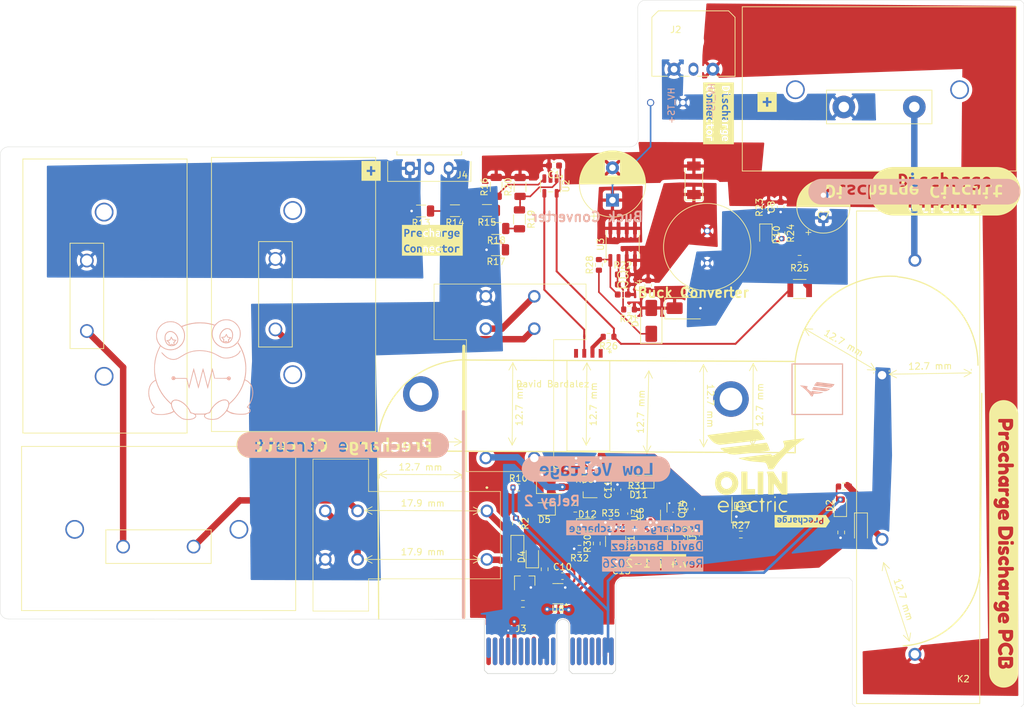
<source format=kicad_pcb>
(kicad_pcb (version 20241229) (generator "pcbnew") (generator_version "9.0")
  (layers (0 "F.Cu" signal) (2 "B.Cu" signal) (13 "F.Paste" user) (15 "B.Paste" user) (5 "F.SilkS" user "F.Silkscreen") (7 "B.SilkS" user "B.Silkscreen") (1 "F.Mask" user) (3 "B.Mask" user) (25 "Edge.Cuts" user))
  (net 0 "")
  (net 1 "GND")
  (net 2 "/FINAL_SHUTDOWN")
  (net 3 "/HV_BAT+")
  (net 4 "/HV_TS+")
  (net 5 "/HV_TS-")
  (net 6 "/PRECHARGE_LSD")
  (net 8 "Net-(D2-K)")
  (net 12 "Net-(K2-Pad4)")
  (net 23 "Net-(K1-COM)")
  (net 24 "Net-(K1-COM_(+))")
  (net 25 "+5V")
  (net 33 "unconnected-(J3-io_5-PadB8)")
  (net 40 "Net-(D1-K)")
  (net 41 "Net-(D1-A)")
  (net 44 "/HV_TS+_Fuse")
  (net 45 "Net-(D3-K)")
  (net 46 "Net-(D4-K)")
  (net 47 "Net-(R3-Pad1)")
  (net 48 "Net-(D6-A)")
  (net 49 "Net-(K3-COM_(+))")
  (net 50 "Net-(K3-COM)")
  (net 51 "Net-(D5-A)")
  (net 52 "Net-(D5-K)")
  (net 53 "Net-(R13-Pad1)")
  (net 54 "Net-(R14-Pad1)")
  (net 55 "/V_DC_SENSE")
  (net 56 "Net-(R17-Pad1)")
  (net 57 "Net-(R18-Pad1)")
  (net 58 "/V_PACK_SENSE")
  (net 59 "/+5V_TS_FUSED")
  (net 60 "/SW")
  (net 61 "/VCC")
  (net 62 "/FB")
  (net 63 "Net-(D7-A)")
  (net 64 "Net-(D9-A)")
  (net 65 "/TS+_FUSED")
  (net 66 "Net-(D7-K)")
  (net 67 "Net-(D10-A)")
  (net 68 "Net-(F2-Pad2)")
  (net 69 "/PRECHARGE_LSD_1")
  (net 70 "/PRECHARGE_LSD_2")
  (net 71 "Net-(D11-A)")
  (net 72 "/PRECHARGE_DONE_N")
  (net 73 "Net-(R26-Pad2)")
  (net 74 "/DONE_ISO")
  (net 75 "/DONE_LATCHED")
  (net 76 "/DONE_LATCHED_N")
  (net 81 "/DONE_ISO_N")
  (net 82 "Net-(D12-A)")
  (net 83 "Net-(D13-A)")
  (footprint "OEM:K_Relay_DPST_NO_10A_12V_TH" (layer "F.Cu") (at 149.96 110.28 180)
    (property "Reference" "K1" (hide yes))
    (property "Value" "G2RG-2A-X_DC12" (hide yes))
  )
  (footprint "OEM:SOT-23F" (layer "F.Cu") (at 155.805 121.1 90)
    (property "Reference" "Q1" (hide yes))
    (property "Value" "SSM3K333R" (hide yes))
  )
  (footprint "Capacitor_THT:CP_Radial_D8.0mm_P3.50mm" (layer "F.Cu") (at 202.00744 64.946741 90)
    (property "Reference" "C7")
    (property "Value" "100uF+")
  )
  (footprint "Resistor_SMD:R_1206_3216Metric" (layer "F.Cu") (at 154.996455 65.178826 -90)
    (property "Reference" "R19")
    (property "Value" "330 kΩ")
  )
  (footprint "footprints:Small_OE_Logo" (layer "F.Cu") (at 191.524534 104.027933)
    (property "Reference" "G***" (hide yes))
    (property "Value" "LOGO" (hide yes))
  )
  (footprint "OEM:R_TO247-Heatsink" (layer "F.Cu") (at 205.173 47.8)
    (property "Reference" "R6" (hide yes))
    (property "Value" "3KR-100W" (hide yes))
  )
  (footprint "OEM:R_0603_1608Metric" (layer "F.Cu") (at 198.326015 71.278512 180)
    (property "Reference" "R25")
    (property "Value" "R_0_2512")
  )
  (footprint "OEM:R_0603_1608Metric" (layer "F.Cu") (at 173.2 107.83)
    (property "Reference" "R31")
    (property "Value" "R_100k")
  )
  (footprint "" (layer "F.Cu") (at 139.735756 92.197464)
    (property "Reference" "")
    (property "Value" "")
  )
  (footprint "OEM:R_0603_1608Metric" (layer "F.Cu") (at 189.244482 113.939723)
    (property "Reference" "R27")
    (property "Value" "R_1K")
  )
  (footprint "OEM:D_0805_2012Metric" (layer "F.Cu") (at 156.985 117.3975 90)
    (property "Reference" "D4")
    (property "Value" "LED_WHITE")
  )
  (footprint "OEM:D_SOD-123" (layer "F.Cu") (at 159.8825 106.6)
    (property "Reference" "D6" (hide yes))
    (property "Value" "SS110LW")
  )
  (footprint "OEM:R_0603_1608Metric" (layer "F.Cu") (at 154.8225 106.66)
    (property "Reference" "R10")
    (property "Value" "12R")
  )
  (footprint "OEM:K_Relay_DPST_NO_10A_12V_TH" (layer "F.Cu") (at 157.291901 102.093526 90)
    (property "Reference" "K3" (hide yes))
    (property "Value" "G2RG-2A-X_DC12" (hide yes))
  )
  (footprint "kibuzzard-679E7EA1" (layer "F.Cu") (at 185.783437 48.787277 -90)
    (property "Reference" "kibuzzard-679E7EA1" (hide yes))
    (property "Value" "G***" (hide yes))
  )
  (footprint "Capacitor_SMD:C_0603_1608Metric" (layer "F.Cu") (at 170.987322 75.248872)
    (property "Reference" "C3")
    (property "Value" "C_470pF")
  )
  (footprint "OEM:R_0603_1608Metric" (layer "F.Cu") (at 170.988956 73.722704)
    (property "Reference" "R22")
    (property "Value" "R_6.04K")
  )
  (footprint "OEM:R_0603" (layer "F.Cu") (at 205.189349 106.512209)
    (property "Reference" "R5" (hide yes))
    (property "Value" "12R" (hide yes))
  )
  (footprint "Diode_SMD:D_SMA" (layer "F.Cu") (at 175.388455 80.887046 90)
    (property "Reference" "D7")
    (property "Value" "STTH1R06AF")
  )
  (footprint "OEM:pcie_x1" (layer "F.Cu") (at 150.225 131.995)
    (property "Reference" "J3")
    (property "Value" "CONN_pcie_x1" (hide yes))
    (fp_line (start -0.65 -4.95) (end -0.65 2.95) (stroke (width 0.1)) (layer "Edge.Cuts"))
    (fp_line (start -0.65 2.95) (end -0.15 3.45) (stroke (width 0.1)) (layer "Edge.Cuts"))
    (fp_line (start -0.15 3.45) (end 10.05 3.45) (stroke (width 0.1)) (layer "Edge.Cuts"))
    (fp_line (start 10.55 -4) (end 10.55 2.95) (stroke (width 0.1)) (layer "Edge.Cuts"))
    (fp_line (start 10.55 2.95) (end 10.05 3.45) (stroke (width 0.1)) (layer "Edge.Cuts"))
    (fp_line (start 12.45 -4) (end 12.45 2.95) (stroke (width 0.1)) (layer "Edge.Cuts"))
    (fp_line (start 12.45 2.95) (end 12.95 3.45) (stroke (width 0.1)) (layer "Edge.Cuts"))
    (fp_line (start 12.95 3.45) (end 19.15 3.45) (stroke (width 0.1)) (layer "Edge.Cuts"))
    (fp_line (start 19.65 -4.95) (end 19.65 2.95) (stroke (width 0.1)) (layer "Edge.Cuts"))
    (fp_line (start 19.65 2.95) (end 19.15 3.45) (stroke (width 0.1)) (layer "Edge.Cuts"))
    (fp_arc (start 10.55 -4) (mid 11.5 -4.95) (end 12.45 -4) (stroke (width 0.1)) (layer "Edge.Cuts"))
  )
  (footprint "Diode_SMD:D_SOD-123" (layer "F.Cu") (at 173.44 105.77 180)
    (property "Reference" "D11")
    (property "Value" "1N4148W")
  )
  (footprint "OEM:R_0603_1608Metric" (layer "F.Cu") (at 193.541439 63.338569 90)
    (property "Reference" "R23")
    (property "Value" "R_3K")
  )
  (footprint "Resistor_SMD:R_1206_3216Metric" (layer "F.Cu") (at 155.08712 60.168999 90)
    (property "Reference" "R20")
    (property "Value" "25 kΩ")
  )
  (footprint "OEM:D_SOD-128" (layer "F.Cu") (at 181.978788 59.136614 90)
    (property "Reference" "D8" (hide yes))
    (property "Value" "STTH1R06AF")
  )
  (footprint "kibuzzard-679EBF0B" (layer "F.Cu") (at 193.306753 47.027657)
    (property "Reference" "kibuzzard-679EBF0B" (hide yes))
    (property "Value" "G***" (hide yes))
  )
  (footprint "" (layer "F.Cu") (at 187.715228 92.979183)
    (property "Reference" "")
    (property "Value" "")
  )
  (footprint "Resistor_SMD:R_1206_3216Metric" (layer "F.Cu") (at 145.015653 63.84808 180)
    (property "Reference" "R14")
    (property "Value" "2.2 MΩ")
  )
  (footprint "Package_TO_SOT_SMD:SOT-23-5" (layer "F.Cu") (at 159.799193 60.014516 -90)
    (property "Reference" "U2")
    (property "Value" "LM397")
  )
  (footprint "LED_SMD:LED_0805_2012Metric" (layer "F.Cu") (at 193.117756 67.584817 -90)
    (property "Reference" "D10")
    (property "Value" "LED_WHITE")
  )
  (footprint "OEM:R_TO247-Heatsink" (layer "F.Cu") (at 117.255455 71.304095 -90)
    (property "Reference" "R9" (hide yes))
    (property "Value" "120R-100W" (hide yes))
  )
  (footprint "OEM:R_0603_1608Metric" (layer "F.Cu") (at 168.7825 83.35 180)
    (property "Reference" "R26")
    (property "Value" "1 kΩ")
  )
  (footprint "Resistor_SMD:R_1206_3216Metric" (layer "F.Cu") (at 149.968065 63.809907 180)
    (property "Reference" "R15")
    (property "Value" "330 kΩ")
  )
  (footprint "OEM:SOT-23F" (layer "F.Cu") (at 165.615 106.66 180)
    (property "Reference" "Q2" (hide yes))
    (property "Value" "SSM3K333R" (hide yes))
  )
  (footprint "OEM:R_0603" (layer "F.Cu") (at 168.68 106.94 90)
    (property "Reference" "R12" (hide yes))
    (property "Value" "1MR" (hide yes))
  )
  (footprint "Capacitor_SMD:C_0603_1608Metric" (layer "F.Cu") (at 195.39623 63.272663 90)
    (property "Reference" "C8")
    (property "Value" "C_1uF")
  )
  (footprint "OEM:SOT-23-5" (layer "F.Cu") (at 169.881165 115.003628 -90)
    (property "Reference" "U1")
    (property "Value" "U_GATE_SN74LVC1G02DBVR")
  )
  (footprint "footprints:F_21mA_420V" (layer "F.Cu") (at 175.281629 47.126903)
    (property "Reference" "F1" (hide yes))
    (property "Value" "F_21mA_420V" (hide yes))
  )
  (footprint "OEM:C_0603_1608Metric" (layer "F.Cu") (at 170.16 106.98 90)
    (property "Reference" "C11")
    (property "Value" "C_2.2uF_25V")
  )
  (footprint "OEM:R_0603" (layer "F.Cu") (at 204.769349 113.612209 -90)
    (property "Reference" "R7" (hide yes))
    (property "Value" "1KR" (hide yes))
  )
  (footprint "Capacitor_SMD:C_0603_1608Metric" (layer "F.Cu") (at 160.344288 56.861157 180)
    (property "Reference" "C1")
    (property "Value" "0.1 µF")
  )
  (footprint "Capacitor_SMD:C_0603_1608Metric" (layer "F.Cu") (at 161.650991 120.374043)
    (property "Reference" "C10")
    (property "Value" "0.1 µF")
  )
  (footprint "OEM:D_SOD-123" (layer "F.Cu") (at 207.819349 112.842209 -90)
    (property "Reference" "D3" (hide yes))
    (property "Value" "SS110LW")
  )
  (footprint "Capacitor_SMD:C_0603_1608Metric" (layer "F.Cu") (at 172.254844 110.69414 -90)
    (property "Reference" "C6")
    (property "Value" "0.1 µF")
  )
  (footprint "footprints:Fuse_1210" (layer "F.Cu") (at 198.344414 75.956799)
    (property "Reference" "F2" (hide yes))
    (property "Value" "F_500mA_16V" (hide yes))
  )
  (footprint "OEM:C_0603_1608Metric" (layer "F.Cu") (at 182.306901 114.068892 90)
    (property "Reference" "C12")
    (property "Value" "C_0.1uF")
  )
  (footprint "Resistor_SMD:R_1206_3216Metric" (layer "F.Cu") (at 151.399533 60.15344 90)
    (property "Reference" "R16")
    (property "Value" "36 kΩ")
  )
  (footprint "OEM:D_0805_2012Metric" (layer "F.Cu") (at 204.639349 109.469709 90)
    (property "Reference" "D2")
    (property "Value" "LED_WHITE")
  )
  (footprint "OEM:R_0603" (layer "F.Cu") (at 163.6325 109.94)
    (property "Reference" "R11" (hide yes))
    (property "Value" "1KR" (hide yes))
  )
  (footprint "OEM:R_0603_1608Metric" (layer "F.Cu") (at 164.285293 116.139372 180)
    (property "Reference" "R32")
    (property "Value" "R_10K")
  )
  (footprint "OEM:D_0805_2012Metric" (layer "F.Cu") (at 158.8625 109.98 180)
    (property "Reference" "D5")
    (property "Value" "LED_WHITE")
  )
  (footprint "OEM:D_0805_2012Metric" (layer "F.Cu") (at 165.508186 112.45184)
    (property "Reference" "D12")
    (property "Value" "BSPD_TRIP_LED")
  )
  (footprint "OEM:R_0603_1608Metric" (layer "F.Cu") (at 195.522351 67.338693 -90)
    (property "Reference" "R24")
    (property "Value" "R_1K")
  )
  (footprint "Package_TO_SOT_SMD:SOT-553" (layer "F.Cu") (at 178.751469 109.773189 -90)
    (property "Reference" "U5")
    (property "Value" "74LVC1GU04DRL")
  )
  (footprint "kibuzzard-639639B8" (layer "F.Cu") (at 229.900829 115.378795 -90)
    (property "Reference" "kibuzzard-639639B8" (hide yes))
    (property "Value" "G***" (hide yes))
  )
  (footprint "OEM:D_SOD-123" (layer "F.Cu") (at 154.675 116.31 -90)
    (property "Reference" "D1" (hide yes))
    (property "Value" "SS110LW")
  )
  (footprint "OEM:R_0603" (layer "F.Cu") (at 155.535 124.66)
    (property "Reference" "R1" (hide yes))
    (property "Value" "10KR" (hide yes))
  )
  (footprint "Capacitor_THT:CP_Radial_D10.0mm_P5.00mm" (layer "F.Cu") (at 169.384069 62.206753 90)
    (property "Reference" "C9" (hide yes))
    (property "Value" "10uF+")
  )
  (footprint "Resistor_SMD:R_1206_3216Metric" (layer "F.Cu") (at 151.370878 69.89127 180)
    (property "Reference" "R17")
    (property "Value" "2.2 MΩ")
  )
  (footprint "OEM:SOT-23-5" (layer "F.Cu") (at 179.459843 114.009452 -90)
    (property "Reference" "U6")
    (property "Value" "U_GATE_SN74LVC1G02DBVR")
  )
  (footprint "OEM:SOT-23-5" (layer "F.Cu") (at 175.257697 110.943985 90)
    (property "Reference" "U7")
    (property "Value" "SN74LVC1G08DBVR")
  )
  (footprint "kibuzzard-6784D698" (layer "F.Cu") (at 176.141206 118.059971)
    (property "Reference" "kibuzzard-6784D698" (hide yes))
    (property "Value" "G***" (hide yes))
  )
  (footprint "Capacitor_SMD:C_0603_1608Metric" (layer "F.Cu") (at 162.284626 102.920147 90)
    (property "Reference" "C5")
    (property "Value" "0.1 µF")
  )
  (footprint "Connector_Molex:Molex_Micro-Fit_3.0_43650-0315_1x03_P3.00mm_Vertical" (layer "F.Cu") (at 138.04998 57.294612)
    (property "Reference" "J4")
    (property "Value" "Conn_01x03_Pin")
  )
  (footprint "kibuzzard-679E816B" (layer "F.Cu") (at 220.81188 60.838636)
    (property "Reference" "kibuzzard-679E816B" (hide yes))
    (property "Value" "G***" (hide yes))
  )
  (footprint "OEM:R_TO247-Heatsink" (layer "F.Cu") (at 88.084048 71.555878 -90)
    (property "Reference" "R4" (hide yes))
    (property "Value" "560R-100W" (hide yes))
  )
  (footprint "kibuzzard-679EBF0B" (layer "F.Cu") (at 132.049075 57.685808)
    (property "Reference" "kibuzzard-679EBF0B" (hide yes))
    (property "Value" "G***" (hide yes))
  )
  (footprint "OEM:R_0603_1608Metric" (layer "F.Cu") (at 154.455 112.22 -90)
    (property "Reference" "R2")
    (property "Value" "12R")
  )
  (footprint "OEM:R_0603_1608Metric" (layer "F.Cu") (at 166.954633 115.318918 90)
    (property "Reference" "R30")
    (property "Value" "R_1K")
  )
  (footprint "OEM:ACNT-H50L-500E" (layer "F.Cu") (at 165.655 94.0247 -90)
    (property "Reference" "U4" (hide yes))
    (property "Value" "ACNT-H50L-500E" (hide yes))
  )
  (footprint "footprints:L_1.2mH" (layer "F.Cu") (at 184.035728 66.972194)
    (property "Reference" "L1" (hide yes))
    (property "Value" "L_1.2mH" (hide yes))
  )
  (footprint "OEM:Relay_Comus_3350" (layer "F.Cu") (at 223.656929 136.275732 90)
    (property "Reference" "K2")
    (property "Value" "3350-4275-126")
  )
  (footprint "Capacitor_SMD:C_0603_1608Metric" (layer "F.Cu") (at 174.905186 75.405461 90)
    (property "Reference" "C4")
    (property "Value" "C_.22uF")
  )
  (footprint "Connector_Molex:Molex_Micro-Fit_3.0_43650-0300_1x03_P3.00mm_Horizontal" (layer "F.Cu") (at 178.91 41.96)
    (property "Reference" "J2")
    (property "Value" "Conn_01x03_Pin")
  )
  (footprint "kibuzzard-679E7E71" (layer "F.Cu") (at 141.523353 68.425198)
    (property "Reference" "kibuzzard-679E7E71" (hide yes))
    (property "Value" "G***" (hide yes))
  )
  (footprint "OEM:R_0603_1608Metric" (layer "F.Cu") (at 165.064848 103.982455 180)
    (property "Reference" "R36")
    (property "Value" "R_10k")
  )
  (footprint "OEM:R_0603_1608Metric" (layer "F.Cu") (at 171.949626 79.121331 180)
    (property "Reference" "R21")
    (property "Value" "R_71.5K")
  )
  (footprint "OEM:R_TO247-Heatsink" (layer "F.Cu") (at 93.693739 115.805909)
    (property "Reference" "R3" (hide yes))
    (property "Value" "560R-100W" (hide yes))
  )
  (footprint "Package_SO:SOIC-8_3.9x4.9mm_P1.27mm" (layer "F.Cu") (at 170.960324 69.051822 90)
    (property "Reference" "U3")
    (property "Value" "MP9488")
  )
  (footprint "Resistor_SMD:R_1206_3216Metric" (layer "F.Cu") (at 151.413186 66.601045 180)
    (property "Reference" "R18")
    (property "Value" "2.2 MΩ")
  )
  (footprint "OEM:C_0603_1608Metric" (layer "F.Cu") (at 170.785484 118.131925 180)
    (property "Reference" "C13")
    (property "Value" "C_0.1uF")
  )
  (footprint "Diode_SMD:D_SMA" (layer "F.Cu") (at 180.993353 78.925669)
    (property "Reference" "D9")
    (property "Value" "STTH1R06AF")
  )
  (footprint "kibuzzard-679E7E49" (layer "F.Cu") (at 127.616439 100.073106)
    (property "Reference" "kibuzzard-679E7E49" (hide yes))
    (property "Value" "G***" (hide yes))
  )
  (footprint "kibuzzard-6784D6A3" (layer "F.Cu") (at 198.755436 111.882686 180)
    (property "Reference" "kibuzzard-6784D6A3" (hide yes))
    (property "Value" "G***" (hide yes))
  )
  (footprint "OEM:R_0603" (layer "F.Cu") (at 158.895 119.31 -90)
    (property "Reference" "R8" (hide yes))
    (property "Value" "1KR" (hide yes))
  )
  (footprint "LED_SMD:LED_0805_2012Metric" (layer "F.Cu") (at 189.484482 111.164723)
    (property "Reference" "D13")
    (property "Value" "LED_WHITE")
  )
  (footprint "OEM:R_0603_1608Metric" (layer "F.Cu") (at 169.115811 112.071174)
    (property "Reference" "R35")
    (property "Value" "100 kΩ")
  )
  (footprint "Resistor_SMD:R_1206_3216Metric" (layer "F.Cu") (at 139.778882 63.892891 180)
    (property "Reference" "R13")
    (property "Value" "2.2 MΩ")
  )
  (footprint "Capacitor_SMD:C_0603_1608Metric" (layer "F.Cu") (at 181.551083 109.98623 90)
    (property "Reference" "C14")
    (property "Value" "0.1 µF")
  )
  (footprint "Capacitor_SMD:C_0603_1608Metric" (layer "F.Cu") (at 170.977907 76.811793)
    (property "Reference" "C2")
    (property "Value" "C_2.2uF")
  )
  (footprint "OEM:SOT-23-5" (layer "F.Cu") (at 160.940652 123.082377 180)
    (property "Reference" "U8")
    (property "Value" "SN74LVC1G08DBVR")
  )
  (footprint "OEM:R_0603_1608Metric" (layer "F.Cu") (at 167.285353 72.228553 90)
    (property "Reference" "R28")
    (property "Value" "R_10K")
  )
  (footprint "kibuzzard-679E7E49" (layer "B.Cu") (at 127.712779 100.073106 180)
    (property "Reference" "kibuzzard-679E7E49" (hide yes))
    (property "Value" "G***" (hide yes))
  )
  (footprint "kibuzzard-6784D6E2" (layer "B.Cu") (at 172.808466 112.885956 180)
    (property "Reference" "kibuzzard-6784D6E2" (hide yes))
    (property "Value" "G***" (hide yes))
  )
  (footprint "OEM:OEM_Logo_8mm" (layer "B.Cu") (at 201.064083 91.459615 180)
    (property "Reference" "REF**" (hide yes))
    (property "Value" "OEM_Logo_8mm" (hide yes))
  )
  (footprint "kibuzzard-679E8163" (layer "B.Cu") (at 216.073 60.905538)
    (property "Reference" "kibuzzard-679E8163" (hide yes))
    (property "Value" "G***" (hide yes))
  )
  (footprint "Toad:Toad" (layer "B.Cu") (at 106.47838 88.498212 180)
    (property "Reference" "G***" (hide yes))
    (property "Value" "LOGO" (hide yes))
  )
  (footprint "kibuzzard-679E8270" (layer "B.Cu") (at 166.85 103.8 180)
    (property "Reference" "kibuzzard-679E8270" (hide yes))
    (property "Value" "G***" (hide yes))
  )
  (gr_arc (start 197.640911 87.16296) (mid 202.876019 77.384675) (end 213.443595 74.016067) (stroke (width 0.2)) (layer "F.SilkS"))
  (gr_line (start 146.39 84.8) (end 146.39 126.735) (stroke (width 0.5)) (layer "F.SilkS"))
  (gr_line (start 197.640911 87.162967) (end 197.648546 101.271458) (stroke (width 0.2)) (layer "F.SilkS"))
  (gr_line (start 146.165 86.94) (end 197.640911 87.16296) (stroke (width 0.2)) (layer "F.SilkS"))
  (gr_line (start 197.648546 101.271458) (end 197.449522 101.271458) (stroke (width 0.2)) (layer "F.SilkS"))
  (gr_arc (start 133.079433 99.257327) (mid 137.53 90.45) (end 146.738587 86.903387) (stroke (width 0.2)) (layer "F.SilkS"))
  (gr_line (start 133.079433 99.257337) (end 133.22 127.01) (stroke (width 0.2)) (layer "F.SilkS"))
  (gr_line (start 140.910687 101.026569) (end 197.449522 101.271458) (stroke (width 0.2)) (layer "F.SilkS"))
  (gr_arc (start 213.570025 74.082891) (mid 222.377352 78.533458) (end 225.923965 87.742045) (stroke (width 0.2)) (layer "F.SilkS"))
  (gr_arc (start 226.317644 118.391583) (mid 222.86 127.14) (end 214.355624 131.160677) (stroke (width 0.2)) (layer "F.SilkS"))
  (gr_line (start 226.5 92.1) (end 226.3 118.25) (stroke (width 0.2)) (layer "F.SilkS"))
  (gr_line (start 146.34 94.945) (end 146.34 126.755) (stroke (width 0.5)) (layer "B.SilkS"))
  (gr_line (start 169.875 127.045) (end 169.91 127) (stroke (width 0.05)) (layer "Edge.Cuts"))
  (gr_line (start 207 140.65) (end 232.53 140.65) (stroke (width 0.05)) (layer "Edge.Cuts"))
  (gr_line (start 148.5008 127.0284) (end 149.575 127.045) (stroke (width 0.05)) (layer "Edge.Cuts"))
  (gr_line (start 169.91 121.92) (end 169.91 127) (stroke (width 0.05)) (layer "Edge.Cuts"))
  (gr_arc (start 173.298721 32.5) (mid 173.642443 31.637626) (end 174.498528 31.278529) (stroke (width 0.05)) (layer "Edge.Cuts"))
  (gr_line (start 206.001424 120.649868) (end 206.501424 121.149868) (stroke (width 0.05)) (layer "Edge.Cuts"))
  (gr_arc (start 169.91 121.92) (mid 170.281974 121.021974) (end 171.18 120.65) (stroke (width 0.05)) (layer "Edge.Cuts"))
  (gr_line (start 206.5 121.15) (end 206.5 140.15) (stroke (width 0.05)) (layer "Edge.Cuts"))
  (gr_arc (start 75.942051 126.998213) (mid 75.044025 126.626239) (end 74.672051 125.728213) (stroke (width 0.05)) (layer "Edge.Cuts"))
  (gr_line (start 74.672298 125.732188) (end 74.672298 55.247188) (stroke (width 0.05)) (layer "Edge.Cuts"))
  (gr_line (start 171.18 120.65) (end 206 120.65) (stroke (width 0.05)) (layer "Edge.Cuts"))
  (gr_line (start 174.498528 31.278528) (end 232.53 31.3) (stroke (width 0.05)) (layer "Edge.Cuts"))
  (gr_line (start 232.53 31.3) (end 233.03 31.8) (stroke (width 0.05)) (layer "Edge.Cuts"))
  (gr_line (start 173.3 32.5) (end 173.355 52.705) (stroke (width 0.05)) (layer "Edge.Cuts"))
  (gr_line (start 233.03 31.8) (end 233.03 140.15) (stroke (width 0.05)) (layer "Edge.Cuts"))
  (gr_line (start 232.528286 140.648924) (end 233.028286 140.148924) (stroke (width 0.05)) (layer "Edge.Cuts"))
  (gr_line (start 148.5008 127.0284) (end 75.945 127) (stroke (width 0.05)) (layer "Edge.Cuts"))
  (gr_arc (start 173.355 52.705) (mid 172.983026 53.603026) (end 172.085 53.975) (stroke (width 0.05)) (layer "Edge.Cuts"))
  (gr_line (start 206.999467 140.648486) (end 206.499467 140.148486) (stroke (width 0.05)) (layer "Edge.Cuts"))
  (gr_line (start 75.945 53.975) (end 172.085 53.975) (stroke (width 0.05)) (layer "Edge.Cuts"))
  (gr_arc (start 74.671569 55.243107) (mid 75.043543 54.345081) (end 75.941569 53.973107) (stroke (width 0.05)) (layer "Edge.Cuts"))
  (gr_text "David Bardalez" (at 154.35 90.65 0) (layer "F.SilkS") (effects (font (size 1 1)) (justify left)))
  (gr_text "Buck Converter" (at 173.110765 77.40256 0) (layer "F.SilkS") (effects (font (size 1.5 1.5) (thickness 0.3) (bold yes)) (justify left bottom)))
  (gr_text "HV_TS+" (at 179.083376 44.693959 90) (layer "B.SilkS") (effects (font (size 1 1)) (justify left bottom mirror)))
  (gr_text "Rev.4 | 1-2026" (at 183.61 119.12 0) (layer "B.SilkS" knockout) (effects (font (size 1.25 1.25) (thickness 0.225) (bold yes)) (justify left bottom mirror)))
  (gr_text "HV_TS-" (at 185.325321 43.986864 90) (layer "B.SilkS") (effects (font (size 1 1)) (justify left bottom mirror)))
  (gr_text "Relay 2" (at 164.544363 109.624405 0) (layer "B.SilkS") (effects (font (size 1.5 1.5) (thickness 0.3) (bold yes)) (justify left bottom mirror)))
  (gr_text "Rev.4 | 1-2026" (at 183.61 119.17 0) (layer "B.SilkS" knockout) (effects (font (size 1.25 1.25) (thickness 0.225) (bold yes)) (justify left bottom mirror)))
  (gr_text "Buck Converter" (at 174.254824 65.674953 0) (layer "B.SilkS") (effects (font (size 1.5 1.5) (thickness 0.3) (bold yes)) (justify left bottom mirror)))
  (gr_text "David Bardalez\n" (at 183.56 116.45 0) (layer "B.SilkS" knockout) (effects (font (size 1.25 1.25) (thickness 0.225)) (justify left bottom mirror)))
  (dimension (type aligned) (layer "F.SilkS") (pts (xy 210.119711 88.411285) (xy 199.155392 82.012928)) (height -0.104333) (format (prefix "") (suffix "") (units 3) (units_format 1) (precision 1)) (style (thickness 0.12) (arrow_length 1.27) (text_position_mode 0) (arrow_direction outward) (extension_height 0.58642) (extension_offset 0.5) (keep_text_aligned yes)) (gr_text "12.7 mm" (at 205.164586 84.308971 -30.26620173) (layer "F.SilkS") (effects (font (size 1 1) (thickness 0.15)))))
  (dimension (type aligned) (layer "F.SilkS") (pts (xy 174.683599 101.345808) (xy 174.989594 88.626597)) (height 0.019788) (format (prefix "") (suffix "") (units 3) (units_format 1) (precision 1)) (style (thickness 0.12) (arrow_length 1.27) (text_position_mode 2) (arrow_direction outward) (extension_height 0) (extension_offset 0) (keep_text_aligned yes)) (gr_text "12.7 mm" (at 173.788253 94.934274 88.6218566) (layer "F.SilkS") (effects (font (size 1 1) (thickness 0.15)))))
  (dimension (type aligned) (layer "F.SilkS") (pts (xy 212.195862 89.242044) (xy 224.895862 89.042045)) (height -0.104333) (format (prefix "") (suffix "") (units 3) (units_format 1) (precision 1)) (style (thickness 0.12) (arrow_length 1.27) (text_position_mode 0) (arrow_direction outward) (extension_height 0.58642) (extension_offset 0.5) (keep_text_aligned yes)) (gr_text "12.7 mm" (at 218.526111 87.887867 0.9022211615) (layer "F.SilkS") (effects (font (size 1 1) (thickness 0.15)))))
  (dimension (type aligned) (layer "F.SilkS") (pts (xy 191.181699 87.494105) (xy 191.08382 100.2246)) (height 0.019788) (format (prefix "") (suffix "") (units 3) (units_format 1) (precision 1)) (style (thickness 0.12) (arrow_length 1.27) (text_position_mode 2) (arrow_direction outward) (extension_height 0) (extension_offset 0) (keep_text_aligned yes)) (gr_text "12.7 mm" (at 192.181699 93.894105 89.55948296) (layer "F.SilkS") (effects (font (size 1 1) (thickness 0.15)))))
  (dimension (type aligned) (layer "F.SilkS") (pts (xy 153.987879 87.369505) (xy 153.89 100.1)) (height 0.019788) (format (prefix "") (suffix "") (units 3) (units_format 1) (precision 1)) (style (thickness 0.12) (arrow_length 1.27) (text_position_mode 2) (arrow_direction outward) (extension_height 0) (extension_offset 0) (keep_text_aligned yes)) (gr_text "12.7 mm" (at 154.987879 93.769505 89.55948296) (layer "F.SilkS") (effects (font (size 1 1) (thickness 0.15)))))
  (dimension (type aligned) (layer "F.SilkS") (pts (xy 148.985 117.78) (xy 131.085 117.78)) (height 0) (format (prefix "") (suffix "") (units 3) (units_format 1) (precision 1)) (style (thickness 0.12) (arrow_length 1.27) (text_position_mode 0) (arrow_direction outward) (extension_height 0) (extension_offset 0) (keep_text_aligned yes)) (gr_text "17.9 mm" (at 140.035 116.63 0) (layer "F.SilkS") (effects (font (size 1 1) (thickness 0.15)))))
  (dimension (type aligned) (layer "F.SilkS") (pts (xy 148.985 110.28) (xy 131.085 110.216)) (height 0) (format (prefix "") (suffix "") (units 3) (units_format 1) (precision 1)) (style (thickness 0.12) (arrow_length 1.27) (text_position_mode 0) (arrow_direction outward) (extension_height 0) (extension_offset 0) (keep_text_aligned yes)) (gr_text "17.9 mm" (at 140.039112 109.098007 -0.2048555454) (layer "F.SilkS") (effects (font (size 1 1) (thickness 0.15)))))
  (dimension (type aligned) (layer "F.SilkS") (pts (xy 215.309271 130.3999) (xy 211.328033 118.28791)) (height -0.012857) (format (prefix "") (suffix "") (units 3) (units_format 1) (precision 1)) (style (thickness 0.12) (arrow_length 1.27) (text_position_mode 0) (arrow_direction outward) (extension_height 0) (extension_offset 0) (keep_text_aligned yes)) (gr_text "12.7 mm" (at 214.398932 123.988815 -71.80419097) (layer "F.SilkS") (effects (font (size 1 1) (thickness 0.15)))))
  (dimension (type aligned) (layer "F.SilkS") (pts (xy 165.447879 87.369505) (xy 165.35 100.1)) (height 0.019788) (format (prefix "") (suffix "") (units 3) (units_format 1) (precision 1)) (style (thickness 0.12) (arrow_length 1.27) (text_position_mode 2) (arrow_direction outward) (extension_height 0) (extension_offset 0) (keep_text_aligned yes)) (gr_text "12.7 mm" (at 166.447879 93.769505 89.55948296) (layer "F.SilkS") (effects (font (size 1 1) (thickness 0.15)))))
  (dimension (type aligned) (layer "F.SilkS") (pts (xy 183.474504 87.654671) (xy 183.501619 100.365569)) (height 0.019788) (format (prefix "") (suffix "") (units 3) (units_format 1) (precision 1)) (style (thickness 0.12) (arrow_length 1.27) (text_position_mode 2) (arrow_direction outward) (extension_height 0) (extension_offset 0) (keep_text_aligned yes)) (gr_text "12.7 mm" (at 184.537178 94.034467 270.1222282) (layer "F.SilkS") (effects (font (size 1 1) (thickness 0.15)))))
  (dimension (type aligned) (layer "F.SilkS") (pts (xy 146.079848 99.639787) (xy 133.349353 99.541908)) (height 0.019788) (format (prefix "") (suffix "") (units 3) (units_format 1) (precision 1)) (style (thickness 0.12) (arrow_length 1.27) (text_position_mode 2) (arrow_direction outward) (extension_height 0) (extension_offset 0) (keep_text_aligned yes)) (gr_text "12.7 mm" (at 139.679848 100.639787 -0.4405170384) (layer "F.SilkS") (effects (font (size 1 1) (thickness 0.15)))))
  (dimension (type aligned) (layer "F.SilkS") (pts (xy 133.331772 104.190003) (xy 146.031772 104.240003)) (height 0.45) (format (prefix "") (suffix "") (units 3) (units_format 1) (precision 1)) (style (thickness 0.12) (arrow_length 1.27) (text_position_mode 0) (arrow_direction outward) (extension_height 0.58642) (extension_offset 0.5) (keep_text_aligned yes)) (gr_text "12.7 mm" (at 139.684528 103.515009 359.7744272) (layer "F.SilkS") (effects (font (size 1 1) (thickness 0.15)))))
  (segment (start 162.425991 120.374043) (end 162.425991 121.784538) (width 0.25) (layer "F.Cu") (net 1))
  (segment (start 176.207697 111.795465) (end 176.207697 112.081485) (width 0.2032) (layer "F.Cu") (net 1))
  (segment (start 162.425991 121.784538) (end 162.078152 122.132377) (width 0.25) (layer "F.Cu") (net 1))
  (segment (start 175.578617 111.166385) (end 176.207697 111.795465) (width 0.2032) (layer "F.Cu") (net 1))
  (segment (start 163.744853 102.145147) (end 163.75 102.14) (width 0.4064) (layer "F.Cu") (net 1))
  (segment (start 153.225 128.845) (end 153.27 128.8) (width 0.45) (layer "F.Cu") (net 1))
  (segment (start 181.551083 109.21123) (end 181.111524 109.650789) (width 0.2032) (layer "F.Cu") (net 1))
  (segment (start 178.50407 109.650789) (end 178.251469 109.398188) (width 0.2032) (layer "F.Cu") (net 1))
  (segment (start 178.251469 109.398188) (end 178.251469 109.060689) (width 0.2032) (layer "F.Cu") (net 1))
  (segment (start 172.254844 111.46914) (end 172.557599 111.166385) (width 0.2032) (layer "F.Cu") (net 1))
  (segment (start 162.284626 102.145147) (end 163.744853 102.145147) (width 0.4064) (layer "F.Cu") (net 1))
  (segment (start 181.111524 109.650789) (end 178.50407 109.650789) (width 0.2032) (layer "F.Cu") (net 1))
  (segment (start 172.557599 111.166385) (end 175.578617 111.166385) (width 0.2032) (layer "F.Cu") (net 1))
  (segment (start 156.36 124.66) (end 156.36 122.545) (width 1) (layer "F.Cu") (net 1))
  (segment (start 153.225 131.995) (end 153.225 128.845) (width 0.45) (layer "F.Cu") (net 1))
  (segment (start 207.505099 114.275251) (end 204.510099 114.275251) (width 0.25) (layer "F.Cu") (net 1))
  (via (at 168.290811 112.071174) (size 0.8) (drill 0.4) (layers "F.Cu" "B.Cu") (net 1))
  (via (at 176.207697 112.081485) (size 0.8) (drill 0.4) (layers "F.Cu" "B.Cu") (net 1))
  (via (at 153.27 128.8) (size 0.6) (drill 0.3) (layers "F.Cu" "B.Cu") (net 1))
  (via (at 178.509843 112.871952) (size 0.8) (drill 0.4) (layers "F.Cu" "B.Cu") (net 1))
  (via (at 170.16 106.205) (size 0.8) (drill 0.4) (layers "F.Cu" "B.Cu") (net 1))
  (via (at 163.75 102.14) (size 0.8) (drill 0.4) (layers "F.Cu" "B.Cu") (net 1))
  (via (at 156.760249 122.127026) (size 0.8) (drill 0.4) (layers "F.Cu" "B.Cu") (net 1))
  (via (at 162.078152 122.132377) (size 0.8) (drill 0.4) (layers "F.Cu" "B.Cu") (net 1))
  (via (at 163.460293 116.139372) (size 0.8) (drill 0.4) (layers "F.Cu" "B.Cu") (net 1))
  (via (at 178.195669 109.078056) (size 0.4) (drill 0.3) (layers "F.Cu" "B.Cu") (net 1))
  (via (at 188.546982 111.164723) (size 0.8) (drill 0.4) (layers "F.Cu" "B.Cu") (net 1))
  (via (at 166.665 105.71) (size 0.8) (drill 0.4) (layers "F.Cu" "B.Cu") (net 1))
  (via (at 168.68 106.115) (size 0.8) (drill 0.4) (layers "F.Cu" "B.Cu") (net 1))
  (via (at 204.664595 114.442362) (size 0.8) (drill 0.4) (layers "F.Cu" "B.Cu") (net 1))
  (via (at 164.570686 112.45184) (size 0.8) (drill 0.4) (layers "F.Cu" "B.Cu") (net 1))
  (via (at 182.306901 113.293892) (size 0.8) (drill 0.4) (layers "F.Cu" "B.Cu") (net 1))
  (via (at 168.931165 113.866128) (size 0.8) (drill 0.4) (layers "F.Cu" "B.Cu") (net 1))
  (via (at 170.010484 118.131925) (size 0.8) (drill 0.4) (layers "F.Cu" "B.Cu") (net 1))
  (segment (start 170.010484 118.131925) (end 170.010484 114.945447) (width 0.4064) (layer "B.Cu") (net 1))
  (segment (start 170.010484 114.945447) (end 168.931165 113.866128) (width 0.4064) (layer "B.Cu") (net 1))
  (segment (start 178.931783 113.293892) (end 178.509843 112.871952) (width 0.4064) (layer "B.Cu") (net 1))
  (segment (start 182.306901 113.293892) (end 178.931783 113.293892) (width 0.4064) (layer "B.Cu") (net 1))
  (segment (start 204.050099 106.295251) (end 204.050099 108.040251) (width 0.25) (layer "F.Cu") (net 2))
  (via (at 153.9975 106.66) (size 0.8) (drill 0.4) (layers "F.Cu" "B.Cu") (net 2))
  (via (at 204.639349 108.532209) (size 0.8) (drill 0.4) (layers "F.Cu" "B.Cu") (net 2))
  (via (at 154.455 111.395) (size 0.8) (drill 0.4) (layers "F.Cu" "B.Cu") (net 2))
  (segment (start 204.639349 108.532209) (end 192.810337 119.830013) (width 0.4064) (layer "B.Cu") (net 2))
  (segment (start 154.455 111.123669) (end 153.9975 110.666169) (width 0.4064) (layer "B.Cu") (net 2))
  (segment (start 192.810337 119.830013) (end 169.977973 119.830013) (width 0.4064) (layer "B.Cu") (net 2))
  (segment (start 154.455 111.395) (end 154.455 111.123669) (width 0.4064) (layer "B.Cu") (net 2))
  (segment (start 169.977973 119.830013) (end 168.7 121.107986) (width 0.4064) (layer "B.Cu") (net 2))
  (segment (start 168.7 131.995) (end 168.7 125.64) (width 0.4064) (layer "B.Cu") (net 2))
  (segment (start 168.225 131.995) (end 168.7 131.995) (width 0.4064) (layer "B.Cu") (net 2))
  (segment (start 168.7 125.64) (end 154.455 111.395) (width 0.4064) (layer "B.Cu") (net 2))
  (segment (start 168.7 131.995) (end 168.79 131.905) (width 0.25) (layer "B.Cu") (net 2))
  (segment (start 168.7 131.995) (end 169.225 131.995) (width 0.4064) (layer "B.Cu") (net 2))
  (segment (start 168.7 121.107986) (end 168.7 125.64) (width 0.4064) (layer "B.Cu") (net 2))
  (segment (start 153.9975 110.666169) (end 153.9975 106.66) (width 0.4064) (layer "B.Cu") (net 2))
  (via (at 138.316382 63.892891) (size 1) (drill 0.4) (layers "F.Cu" "B.Cu") (net 3))
  (segment (start 159.569288 56.861157) (end 159.569288 58.647111) (width 0.25) (layer "F.Cu") (net 5))
  (segment (start 192.621306 63.38827) (end 192.621306 65.8802) (width 0.5) (layer "F.Cu") (net 5))
  (segment (start 193.541439 62.513569) (end 192.695439 63.359569) (width 0.5) (layer "F.Cu") (net 5))
  (segment (start 192.695439 65.851499) (end 193.448742 66.604802) (width 0.5) (layer "F.Cu") (net 5))
  (segment (start 164.737247 115.248118) (end 168.444471 115.248118) (width 0.4064) (layer "F.Cu") (net 6))
  (segment (start 169.881165 114.331321) (end 169.881165 113.866128) (width 0.4064) (layer "F.Cu") (net 6))
  (segment (start 161.061452 126.109392) (end 158.225 128.945844) (width 0.4064) (layer "F.Cu") (net 6))
  (segment (start 162.078152 123.082377) (end 161.648448 123.082377) (width 0.4064) (layer "F.Cu") (net 6))
  (segment (start 168.59643 115.096159) (end 169.116327 115.096159) (width 0.4064) (layer "F.Cu") (net 6))
  (segment (start 164.356093 121.466935) (end 164.356093 115.629272) (width 0.4064) (layer "F.Cu") (net 6))
  (segment (start 168.444471 115.248118) (end 168.59643 115.096159) (width 0.4064) (layer "F.Cu") (net 6))
  (segment (start 169.940811 113.806482) (end 169.881165 113.866128) (width 0.4064) (layer "F.Cu") (net 6))
  (segment (start 169.940811 112.821167) (end 169.940811 113.806482) (width 0.4064) (layer "F.Cu") (net 6))
  (segment (start 161.648448 123.082377) (end 161.061452 123.669373) (width 0.4064) (layer "F.Cu") (net 6))
  (segment (start 158.225 131.995) (end 158.511 131.709) (width 0.2) (layer "F.Cu") (net 6))
  (segment (start 164.356093 115.629272) (end 164.737247 115.248118) (width 0.4064) (layer "F.Cu") (net 6))
  (segment (start 162.740651 123.082377) (end 164.356093 121.466935) (width 0.4064) (layer "F.Cu") (net 6))
  (segment (start 161.061452 123.669373) (end 161.061452 126.109392) (width 0.4064) (layer "F.Cu") (net 6))
  (segment (start 158.225 131.995) (end 158.225 128.945844) (width 0.4064) (layer "F.Cu") (net 6))
  (segment (start 162.078152 123.082377) (end 162.740651 123.082377) (width 0.4064) (layer "F.Cu") (net 6))
  (segment (start 169.940811 112.071174) (end 169.940811 112.821167) (width 0.4064) (layer "F.Cu") (net 6))
  (segment (start 169.116327 115.096159) (end 169.881165 114.331321) (width 0.4064) (layer "F.Cu") (net 6))
  (via (at 175.257697 112.081485) (size 0.8) (drill 0.4) (layers "F.Cu" "B.Cu") (net 6))
  (via (at 169.940811 112.821167) (size 0.8) (drill 0.4) (layers "F.Cu" "B.Cu") (net 6))
  (segment (start 174.518015 112.821167) (end 175.257697 112.081485) (width 0.4064) (layer "B.Cu") (net 6))
  (segment (start 169.940811 112.821167) (end 174.518015 112.821167) (width 0.4064) (layer "B.Cu") (net 6))
  (segment (start 204.455099 112.570251) (end 204.455099 110.320251) (width 0.25) (layer "F.Cu") (net 8))
  (segment (start 216.073 47.8) (end 216.073 71.414803) (width 1) (layer "B.Cu") (net 12))
  (segment (start 216.073 71.414803) (end 216.163929 71.505732) (width 1) (layer "B.Cu") (net 12))
  (segment (start 129.96 117.78) (end 129.96 115.28) (width 1) (layer "F.Cu") (net 23))
  (segment (start 129.96 115.28) (end 124.96 110.28) (width 1) (layer "F.Cu") (net 23))
  (segment (start 104.593739 115.805909) (end 111.745648 108.654) (width 1) (layer "F.Cu") (net 24))
  (segment (start 111.745648 108.654) (end 128.334 108.654) (width 1) (layer "F.Cu") (net 24))
  (segment (start 128.334 108.654) (end 129.96 110.28) (width 1) (layer "F.Cu") (net 24))
  (segment (start 182.003841 115.146952) (end 182.306901 114.843892) (width 0.4064) (layer "F.Cu") (net 25))
  (segment (start 179.251469 110.485689) (end 179.52701 110.76123) (width 0.2032) (layer "F.Cu") (net 25))
  (segment (start 170.831165 117.402606) (end 171.560484 118.131925) (width 0.4064) (layer "F.Cu") (net 25))
  (segment (start 179.52701 110.76123) (end 181.551083 110.76123) (width 0.2032) (layer "F.Cu") (net 25))
  (segment (start 154.225 131.995) (end 154.225 127.425) (width 0.635) (layer "F.Cu") (net 25))
  (segment (start 174.195042 109.91914) (end 174.307697 109.806485) (width 0.2032) (layer "F.Cu") (net 25))
  (segment (start 160.875991 120.374043) (end 160.875991 122.959538) (width 0.25) (layer "F.Cu") (net 25))
  (segment (start 154.26 131.96) (end 154.225 131.995) (width 0.635) (layer "F.Cu") (net 25))
  (segment (start 170.831165 116.141128) (end 170.831165 117.402606) (width 0.4064) (layer "F.Cu") (net 25))
  (segment (start 154.225 127.425) (end 154.2 127.4) (width 0.635) (layer "F.Cu") (net 25))
  (segment (start 172.254844 109.91914) (end 174.195042 109.91914) (width 0.2032) (layer "F.Cu") (net 25))
  (segment (start 160.875991 122.959538) (end 159.803152 124.032377) (width 0.25) (layer "F.Cu") (net 25))
  (segment (start 180.409843 115.146952) (end 182.003841 115.146952) (width 0.4064) (layer "F.Cu") (net 25))
  (via (at 167.56 102.14) (size 0.8) (drill 0.4) (layers "F.Cu" "B.Cu") (net 25))
  (via (at 154.2 127.4) (size 0.6) (drill 0.3) (layers "F.Cu" "B.Cu") (net 25))
  (via (at 162.60586 125.567775) (size 0.8) (drill 0.4) (layers "F.Cu" "B.Cu") (net 25))
  (via (at 162.284626 103.695147) (size 0.8) (drill 0.4) (layers "F.Cu" "B.Cu") (net 25))
  (via (at 159.275353 125.493052) (size 0.8) (drill 0.4) (layers "F.Cu" "B.Cu") (net 25))
  (segment (start 166.004853 103.695147) (end 167.56 102.14) (width 0.4064) (layer "B.Cu") (net 25))
  (segment (start 159.275353 125.493052) (end 162.531137 125.493052) (width 0.4064) (layer "B.Cu") (net 25))
  (segment (start 162.531137 125.493052) (end 162.60586 125.567775) (width 0.4064) (layer "B.Cu") (net 25))
  (segment (start 162.284626 103.695147) (end 166.004853 103.695147) (width 0.4064) (layer "B.Cu") (net 25))
  (segment (start 157.1508 129.9558) (end 157.1508 131.9784) (width 0.2032) (layer "F.Cu") (net 33))
  (segment (start 157.0924 132.0292) (end 157.0924 130.2292) (width 0.2032) (layer "F.Cu") (net 33))
  (segment (start 157.225 130.03888) (end 157.225 131.995) (width 0.635) (layer "F.Cu") (net 33))
  (segment (start 154.675 114.66) (end 154.675 113.265) (width 1) (layer "F.Cu") (net 40))
  (segment (start 152.7575 113.1075) (end 149.8825 110.2325) (width 1) (layer "F.Cu") (net 40))
  (segment (start 156.475 116.46) (end 154.675 114.66) (width 1) (layer "F.Cu") (net 40))
  (segment (start 154.455 113.045) (end 153.19 113.045) (width 1) (layer "F.Cu") (net 40))
  (segment (start 149.95 117.84) (end 151.94 117.84) (width 1) (layer "F.Cu") (net 41))
  (segment (start 152.06 117.96) (end 154.675 117.96) (width 1) (layer "F.Cu") (net 41))
  (segment (start 155.805 120.05) (end 158.81 120.05) (width 1) (layer "F.Cu") (net 41))
  (segment (start 154.675 118.92) (end 155.805 120.05) (width 1) (layer "F.Cu") (net 41))
  (segment (start 151.94 117.84) (end 152.06 117.96) (width 1) (layer "F.Cu") (net 41))
  (segment (start 154.675 118.92) (end 154.675 117.96) (width 1) (layer "F.Cu") (net 41))
  (via (at 149.908378 69.89127) (size 0.8) (drill 0.4) (layers "F.Cu" "B.Cu") (net 44))
  (segment (start 211.075099 114.790251) (end 211.075099 114.545251) (width 1) (layer "F.Cu") (net 45))
  (segment (start 207.505099 108.100251) (end 207.505099 110.975251) (width 1) (layer "F.Cu") (net 45))
  (segment (start 205.700099 106.295251) (end 207.505099 108.100251) (width 1) (layer "F.Cu") (net 45))
  (segment (start 211.075099 114.545251) (end 207.505099 110.975251) (width 1) (layer "F.Cu") (net 45))
  (segment (start 156.985 118.335) (end 158.745 118.335) (width 0.25) (layer "F.Cu") (net 46))
  (segment (start 93.693739 115.805909) (end 93.693739 88.065569) (width 1) (layer "F.Cu") (net 47))
  (segment (start 93.693739 88.065569) (end 88.084048 82.455878) (width 1) (layer "F.Cu") (net 47))
  (segment (start 164.6025 106.58) (end 161.6425 106.58) (width 1) (layer "F.Cu") (net 48))
  (segment (start 164.5325 106.7075) (end 164.5325 109.9725) (width 1) (layer "F.Cu") (net 48))
  (via (at 149.791901 102.093526) (size 1.2) (drill 0.7) (layers "F.Cu" "B.Cu") (net 48))
  (via (at 161.6425 106.58) (size 0.8) (drill 0.4) (layers "F.Cu" "B.Cu") (net 48))
  (segment (start 159.25 106.58) (end 161.6425 106.58) (width 1) (layer "B.Cu") (net 48))
  (segment (start 154.67 102) (end 159.25 106.58) (width 1) (layer "B.Cu") (net 48))
  (segment (start 150.21 102) (end 154.67 102) (width 1) (layer "B.Cu") (net 48))
  (segment (start 118.770886 83.719526) (end 155.665901 83.719526) (width 1) (layer "F.Cu") (net 49))
  (segment (start 155.665901 83.719526) (end 157.291901 82.093526) (width 1) (layer "F.Cu") (net 49))
  (segment (start 117.255455 82.204095) (end 118.770886 83.719526) (width 1) (layer "F.Cu") (net 49))
  (segment (start 152.291901 82.093526) (end 157.291901 77.093526) (width 1) (layer "F.Cu") (net 50))
  (segment (start 149.791901 82.093526) (end 152.291901 82.093526) (width 1) (layer "F.Cu") (net 50))
  (segment (start 158.2325 106.6) (end 158.2325 109.6725) (width 1) (layer "F.Cu") (net 51))
  (segment (start 157.71 102) (end 157.71 106.0775) (width 1) (layer "F.Cu") (net 51))
  (segment (start 157.71 106.0775) (end 158.2325 106.6) (width 1) (layer "F.Cu") (net 51))
  (segment (start 158.16 106.68) (end 155.905 106.68) (width 1) (layer "F.Cu") (net 51))
  (segment (start 158.2325 109.6725) (end 157.925 109.98) (width 1) (layer "F.Cu") (net 51))
  (segment (start 162.85625 109.94) (end 159.90875 109.94) (width 0.25) (layer "F.Cu") (net 52))
  (segment (start 141.241382 63.892891) (end 143.508342 63.892891) (width 0.25) (layer "F.Cu") (net 53))
  (segment (start 143.508342 63.892891) (end 143.553153 63.84808) (width 0.25) (layer "F.Cu") (net 53))
  (segment (start 148.467392 63.84808) (end 148.505565 63.809907) (width 0.25) (layer "F.Cu") (net 54))
  (segment (start 146.478153 63.84808) (end 148.467392 63.84808) (width 0.25) (layer "F.Cu") (net 54))
  (segment (start 151.430565 62.518059) (end 151.430565 61.646972) (width 0.25) (layer "F.Cu") (net 55))
  (segment (start 157.913693 59.812516) (end 158.849193 58.877016) (width 0.25) (layer "F.Cu") (net 55))
  (segment (start 151.430565 63.809907) (end 151.430565 62.518059) (width 0.25) (layer "F.Cu") (net 55))
  (segment (start 151.430565 61.646972) (end 151.399533 61.61594) (width 0.25) (layer "F.Cu") (net 55))
  (segment (start 153.202957 59.812516) (end 157.913693 59.812516) (width 0.25) (layer "F.Cu") (net 55))
  (segment (start 151.399533 61.61594) (end 153.202957 59.812516) (width 0.25) (layer "F.Cu") (net 55))
  (segment (start 152.833378 69.89127) (end 152.833378 69.42924) (width 0.25) (layer "F.Cu") (net 56))
  (segment (start 152.833378 69.42924) (end 149.91901 66.514872) (width 0.25) (layer "F.Cu") (net 56))
  (segment (start 152.875686 66.601045) (end 154.978891 66.601045) (width 0.25) (layer "F.Cu") (net 57))
  (segment (start 160.075192 60.213516) (end 158.079793 60.213516) (width 0.25) (layer "F.Cu") (net 58))
  (segment (start 158.079793 60.213516) (end 156.66181 61.631499) (width 0.25) (layer "F.Cu") (net 58))
  (segment (start 156.66181 61.631499) (end 155.08712 61.631499) (width 0.25) (layer "F.Cu") (net 58))
  (segment (start 155.093945 62.621789) (end 155.093945 61.638324) (width 0.25) (layer "F.Cu") (net 58))
  (segment (start 160.749193 59.539515) (end 160.075192 60.213516) (width 0.25) (layer "F.Cu") (net 58))
  (segment (start 155.093945 63.618836) (end 155.093945 62.621789) (width 0.25) (layer "F.Cu") (net 58))
  (segment (start 170.695546 84.438046) (end 169.6075 83.35) (width 0.3) (layer "F.Cu") (net 59))
  (segment (start 160.749193 61.152016) (end 160.749193 73.216693) (width 0.3) (layer "F.Cu") (net 59))
  (segment (start 188.413167 84.438046) (end 170.695546 84.438046) (width 0.3) (layer "F.Cu") (net 59))
  (segment (start 161.325193 57.067062) (end 161.325193 60.576016) (width 0.25) (layer "F.Cu") (net 59))
  (segment (start 160.749193 73.216693) (end 169.6075 82.075) (width 0.3) (layer "F.Cu") (net 59))
  (segment (start 196.894414 75.956799) (end 188.413167 84.438046) (width 0.3) (layer "F.Cu") (net 59))
  (segment (start 161.325193 60.576016) (end 160.749193 61.152016) (width 0.25) (layer "F.Cu") (net 59))
  (segment (start 169.6075 82.075) (end 169.6075 83.35) (width 0.3) (layer "F.Cu") (net 59))
  (segment (start 169.055324 75.66421) (end 170.202907 76.811793) (width 0.25) (layer "F.Cu") (net 61))
  (segment (start 167.285353 71.403553) (end 168.932055 71.403553) (width 0.25) (layer "F.Cu") (net 61))
  (segment (start 169.055324 71.526822) (end 169.055324 75.66421) (width 0.25) (layer "F.Cu") (net 61))
  (segment (start 168.932055 71.403553) (end 169.055324 71.526822) (width 0.25) (layer "F.Cu") (net 61))
  (segment (start 170.163956 73.722704) (end 170.163956 75.200506) (width 0.25) (layer "F.Cu") (net 62))
  (segment (start 170.325324 71.526822) (end 170.325324 73.561336) (width 0.25) (layer "F.Cu") (net 62))
  (segment (start 170.325324 73.561336) (end 170.163956 73.722704) (width 0.25) (layer "F.Cu") (net 62))
  (segment (start 170.163956 75.200506) (end 170.212322 75.248872) (width 0.25) (layer "F.Cu") (net 62))
  (segment (start 171.026907 76.063457) (end 171.026907 79.023612) (width 0.25) (layer "F.Cu") (net 62))
  (segment (start 171.026907 79.023612) (end 171.124626 79.121331) (width 0.25) (layer "F.Cu") (net 62))
  (segment (start 170.212322 75.248872) (end 171.026907 76.063457) (width 0.25) (layer "F.Cu") (net 62))
  (segment (start 196.63558 66.513693) (end 197.411201 67.289314) (width 0.25) (layer "F.Cu") (net 64))
  (segment (start 195.39623 64.451311) (end 195.522351 64.577432) (width 0.25) (layer "F.Cu") (net 64))
  (segment (start 195.522351 66.513693) (end 196.63558 66.513693) (width 0.25) (layer "F.Cu") (net 64))
  (segment (start 195.280324 64.163569) (end 195.39623 64.047663) (width 0.25) (layer "F.Cu") (net 64))
  (segment (start 195.522351 64.577432) (end 195.522351 66.513693) (width 0.25) (layer "F.Cu") (net 64))
  (segment (start 193.541439 64.163569) (end 195.280324 64.163569) (width 0.25) (layer "F.Cu") (net 64))
  (segment (start 197.411201 67.289314) (end 197.411201 71.188698) (width 0.25) (layer "F.Cu") (net 64))
  (segment (start 195.39623 64.047663) (end 195.39623 64.451311) (width 0.25) (layer "F.Cu") (net 64))
  (via (at 182.993353 78.925669) (size 0.8) (drill 0.4) (layers "F.Cu" "B.Cu") (net 64))
  (via (at 195.39623 64.047663) (size 0.8) (drill 0.4) (layers "F.Cu" "B.Cu") (net 64))
  (via (at 193.541439 64.163569) (size 0.8) (drill 0.4) (layers "F.Cu" "B.Cu") (net 64))
  (via (at 175.281629 47.126903) (size 0.8) (drill 0.4) (layers "F.Cu" "B.Cu") (net 65))
  (segment (start 175.281629 47.126903) (end 175.281629 53.941517) (width 0.25) (layer "B.Cu") (net 65))
  (segment (start 175.281629 53.941517) (end 169.384069 59.839076) (width 0.25) (layer "B.Cu") (net 65))
  (segment (start 169.384069 59.839076) (end 169.384069 62.206753) (width 0.25) (layer "B.Cu") (net 65))
  (segment (start 167.285353 76.435766) (end 167.285353 73.053553) (width 0.25) (layer "F.Cu") (net 66))
  (segment (start 173.736633 82.887046) (end 167.285353 76.435766) (width 0.25) (layer "F.Cu") (net 66))
  (segment (start 175.388455 82.887046) (end 173.736633 82.887046) (width 0.25) (layer "F.Cu") (net 66))
  (segment (start 193.00138 68.563693) (end 195.047351 68.563693) (width 0.25) (layer "F.Cu") (net 67))
  (via (at 195.522351 68.163693) (size 0.8) (drill 0.4) (layers "F.Cu" "B.Cu") (net 67))
  (segment (start 199.151015 71.278512) (end 199.151015 75.3134) (width 0.5) (layer "F.Cu") (net 68))
  (segment (start 199.151015 75.3134) (end 199.794414 75.956799) (width 0.5) (layer "F.Cu") (net 68))
  (segment (start 159.803152 122.132377) (end 159.803152 122.432376) (width 0.25) (layer "F.Cu") (net 69))
  (segment (start 156.799528 125.436) (end 155.486 125.436) (width 0.25) (layer "F.Cu") (net 69))
  (segment (start 155.486 125.436) (end 154.71 124.66) (width 0.25) (layer "F.Cu") (net 69))
  (segment (start 154.71 124.66) (end 154.71 122.295) (width 1) (layer "F.Cu") (net 69))
  (segment (start 159.803152 122.432376) (end 156.799528 125.436) (width 0.25) (layer "F.Cu") (net 69))
  (segment (start 176.207697 109.806485) (end 176.207697 107.882697) (width 0.635) (layer "F.Cu") (net 70))
  (segment (start 175.09 105.77) (end 175.09 106.765) (width 1) (layer "F.Cu") (net 70))
  (segment (start 175.09 106.765) (end 174.025 107.83) (width 1) (layer "F.Cu") (net 70))
  (segment (start 176.207697 107.882697) (end 175.09 106.765) (width 0.635) (layer "F.Cu") (net 70))
  (segment (start 168.71 107.69) (end 166.745 107.69) (width 1) (layer "F.Cu") (net 71))
  (segment (start 170.26 107.815) (end 171.38 107.815) (width 1) (layer "F.Cu") (net 71))
  (segment (start 172.36 107.815) (end 172.375 107.83) (width 1) (layer "F.Cu") (net 71))
  (segment (start 168.68 107.765) (end 170.21 107.765) (width 1) (layer "F.Cu") (net 71))
  (segment (start 170.21 107.765) (end 170.26 107.815) (width 1) (layer "F.Cu") (net 71))
  (segment (start 171.79 105.77) (end 171.79 107.405) (width 1) (layer "F.Cu") (net 71))
  (segment (start 171.79 107.405) (end 171.38 107.815) (width 1) (layer "F.Cu") (net 71))
  (segment (start 171.38 107.815) (end 172.36 107.815) (width 1) (layer "F.Cu") (net 71))
  (segment (start 165.02 83.059514) (end 165.02 83.375221) (width 0.3) (layer "F.Cu") (net 72))
  (segment (start 165.02 83.375221) (end 165.02 85.9094) (width 0.3) (layer "F.Cu") (net 72))
  (segment (start 165.02 85.9094) (end 165.02 85.4931) (width 0.4064) (layer "F.Cu") (net 72))
  (segment (start 165.012701 83.367922) (end 165.02 83.375221) (width 0.3) (layer "F.Cu") (net 72))
  (segment (start 158.849193 61.152016) (end 158.849193 64.056608) (width 0.3) (layer "F.Cu") (net 72))
  (segment (start 165.012701 82.244811) (end 165.012701 83.367922) (width 0.3) (layer "F.Cu") (net 72))
  (segment (start 158.849193 64.056608) (end 158.839004 64.066797) (width 0.3) (layer "F.Cu") (net 72))
  (segment (start 158.839004 76.071114) (end 165.012701 82.244811) (width 0.3) (layer "F.Cu") (net 72))
  (segment (start 158.839004 64.066797) (end 158.839004 76.071114) (width 0.3) (layer "F.Cu") (net 72))
  (segment (start 166.29 85.9094) (end 166.29 85.0175) (width 0.635) (layer "F.Cu") (net 73))
  (segment (start 166.29 85.0175) (end 167.9575 83.35) (width 0.635) (layer "F.Cu") (net 73))
  (segment (start 165.02 103.217164) (end 165.124557 103.217164) (width 0.4064) (layer "F.Cu") (net 74))
  (segment (start 174.584117 103.982455) (end 165.889848 103.982455) (width 0.2032) (layer "F.Cu") (net 74))
  (segment (start 165.124557 103.217164) (end 165.889848 103.982455) (width 0.4064) (layer "F.Cu") (net 74))
  (segment (start 178.751469 108.149807) (end 174.584117 103.982455) (width 0.2032) (layer "F.Cu") (net 74))
  (segment (start 178.751469 108.216511) (end 178.751469 108.149807) (width 0.2032) (layer "F.Cu") (net 74))
  (segment (start 165.02 102.14) (end 165.02 103.217164) (width 0.4064) (layer "F.Cu") (net 74))
  (segment (start 178.751469 109.060689) (end 178.751469 108.216511) (width 0.2032) (layer "F.Cu") (net 74))
  (segment (start 174.307697 112.081485) (end 174.307697 112.743984) (width 0.4064) (layer "F.Cu") (net 75))
  (segment (start 171.953309 112.743984) (end 170.831165 113.866128) (width 0.4064) (layer "F.Cu") (net 75))
  (segment (start 174.307697 112.743984) (end 176.710665 115.146952) (width 0.4064) (layer "F.Cu") (net 75))
  (segment (start 176.710665 115.146952) (end 178.509843 115.146952) (width 0.4064) (layer "F.Cu") (net 75))
  (segment (start 174.307697 112.743984) (end 171.953309 112.743984) (width 0.4064) (layer "F.Cu") (net 75))
  (segment (start 168.931165 116.141128) (end 169.947865 115.124428) (width 0.4064) (layer "F.Cu") (net 76))
  (segment (start 175.901821 116.163652) (end 178.872847 116.163652) (width 0.4064) (layer "F.Cu") (net 76))
  (segment (start 166.950087 116.139372) (end 166.954633 116.143918) (width 0.4064) (layer "F.Cu") (net 76))
  (segment (start 179.459843 115.576656) (end 179.459843 112.871952) (width 0.4064) (layer "F.Cu") (net 76))
  (segment (start 169.947865 115.124428) (end 174.862597 115.124428) (width 0.4064) (layer "F.Cu") (net 76))
  (segment (start 165.110293 116.139372) (end 166.950087 116.139372) (width 0.4064) (layer "F.Cu") (net 76))
  (segment (start 166.954633 116.143918) (end 168.928375 116.143918) (width 0.4064) (layer "F.Cu") (net 76))
  (segment (start 178.872847 116.163652) (end 179.459843 115.576656) (width 0.4064) (layer "F.Cu") (net 76))
  (segment (start 162.078152 124.032377) (end 162.740651 124.032377) (width 0.4064) (layer "F.Cu") (net 76))
  (segment (start 168.928375 116.143918) (end 168.931165 116.141128) (width 0.4064) (layer "F.Cu") (net 76))
  (segment (start 168.931165 117.841863) (end 168.931165 116.141128) (width 0.4064) (layer "F.Cu") (net 76))
  (segment (start 174.862597 115.124428) (end 175.901821 116.163652) (width 0.4064) (layer "F.Cu") (net 76))
  (segment (start 162.740651 124.032377) (end 168.931165 117.841863) (width 0.4064) (layer "F.Cu") (net 76))
  (segment (start 178.307336 110.485689) (end 180.409843 112.588196) (width 0.2) (layer "F.Cu") (net 81))
  (segment (start 180.409843 112.588196) (end 180.409843 112.871952) (width 0.2) (layer "F.Cu") (net 81))
  (segment (start 178.251469 110.485689) (end 178.307336 110.485689) (width 0.2) (layer "F.Cu") (net 81))
  (segment (start 166.445686 113.984971) (end 166.954633 114.493918) (width 0.4064) (layer "F.Cu") (net 82))
  (segment (start 166.445686 112.45184) (end 166.445686 113.984971) (width 0.4064) (layer "F.Cu") (net 82))
  (segment (start 190.069482 113.939723) (end 190.069482 111.517223) (width 0.4064) (layer "F.Cu") (net 83))
  (segment (start 190.069482 111.517223) (end 190.421982 111.164723) (width 0.4064) (layer "F.Cu") (net 83))
  (zone (net 63) (net_name "Net-(D7-A)") (layer "F.Cu") (priority 10) (connect_pads (clearance 0.508)) (min_thickness 0.25) (fill yes (thermal_gap 0.5) (thermal_bridge_width 0.5))
    (polygon (pts (xy 173.63616 77.884566) (xy 173.491554 75.552347) (xy 180.716823 75.450456) (xy 180.622226 80.276023) (xy 169.653538 80.266607) (xy 169.590902 79.174302) (xy 169.627319 77.896255)))
  )
  (zone (net 65) (net_name "/TS+_FUSED") (layer "F.Cu") (priority 7) (connect_pads (clearance 0.508)) (min_thickness 0.25) (fill yes (thermal_gap 0.5) (thermal_bridge_width 0.5))
    (polygon (pts (xy 167.294136 60.025583) (xy 167.132272 60.168791) (xy 174.064749 59.99548) (xy 173.947609 66.274181) (xy 173.994465 68.85126) (xy 170.069895 69.038684) (xy 167.012925 68.944972) (xy 167.059781 66.672457) (xy 167.022979 64.445446)))
  )
  (zone (net 25) (net_name "+5V") (layer "F.Cu") (priority 4) (connect_pads yes (clearance 0.508)) (min_thickness 0.25) (fill yes (thermal_gap 0.5) (thermal_bridge_width 0.5))
    (polygon (pts (xy 175.939928 101.441432) (xy 183.143562 107.943827) (xy 209.280642 108.039451) (xy 211.161236 111.003778) (xy 201.344951 119.066436) (xy 170.50118 120.522321) (xy 170.721496 127.847843) (xy 147.37 127.99) (xy 147.167383 100.9596) (xy 169.373783 101.345808)))
  )
  (zone (net 60) (net_name "/SW") (layer "F.Cu") (priority 8) (connect_pads (clearance 0.508)) (min_thickness 0.25) (fill yes (thermal_gap 0.5) (thermal_bridge_width 0.5))
    (polygon (pts (xy 185.558548 65.660227) (xy 185.511692 62.520877) (xy 185.488264 59.568951) (xy 179.780704 59.476808) (xy 177.320766 59.593948) (xy 174.424956 69.271304) (xy 170.642312 69.311978) (xy 170.673224 73.268162) (xy 170.943201 77.790972) (xy 173.136939 77.701527) (xy 173.10877 75.394163) (xy 176.28357 75.461953) (xy 181.194318 69.072059) (xy 185.675688 69.472194)))
  )
  (zone (net 5) (net_name "/HV_TS-") (layer "F.Cu") (priority 6) (connect_pads (clearance 0.508)) (min_thickness 0.25) (fill yes (thermal_gap 0.5) (thermal_bridge_width 0.5))
    (polygon (pts (xy 183.244853 43.393035) (xy 183.296398 39.815323) (xy 183.926499 31.780857) (xy 185.232624 31.791553) (xy 231.831687 32.173147) (xy 232.164832 138.910231) (xy 208.135602 138.631469) (xy 208.080399 131.993113) (xy 227.481641 129.989867) (xy 226.611269 63.468751) (xy 187.479643 63.106577) (xy 187.221935 59.381527) (xy 156.894933 59.861614) (xy 149.191394 59.683143) (xy 149.191394 55.334612) (xy 173.564159 54.755192) (xy 173.392115 53.209308) (xy 192.874796 53.307335) (xy 192.453465 57.801535) (xy 223.342991 57.797226) (xy 223.504925 41.927669) (xy 183.244579 43.394172) (xy 183.246058 43.393063)))
  )
  (zone (net 44) (net_name "/HV_TS+_Fuse") (layer "B.Cu") (priority 2) (connect_pads (clearance 0.508)) (min_thickness 0.25) (fill yes (thermal_gap 0.5) (thermal_bridge_width 0.5))
    (polygon (pts (xy 142.824174 55.886923) (xy 142.619092 77.948787) (xy 113.470926 78.240268) (xy 113.633568 87.135978) (xy 113.157923 95.37281) (xy 113.420025 120.971413) (xy 133.56356 121.029959) (xy 132.791145 86.226978) (xy 152.451273 85.596309) (xy 152.147352 74.956372) (xy 151.580582 60.017937) (xy 147.046423 60.422773) (xy 147.29354 55.899571)))
  )
  (zone (net 64) (net_name "Net-(D9-A)") (layer "B.Cu") (priority 9) (connect_pads (clearance 0.508)) (min_thickness 0.25) (fill yes (thermal_gap 0.5) (thermal_bridge_width 0.5))
    (polygon (pts (xy 180.93169 77.168571) (xy 180.861406 81.877596) (xy 185.406436 81.596461) (xy 189.493274 74.955177) (xy 205.780299 75.309482) (xy 205.760313 63.610706) (xy 197.727128 63.449368) (xy 193.692308 63.416829) (xy 186.338523 63.937451) (xy 186.264332 70.009102) (xy 182.383623 70.165288)))
  )
  (zone (net 1) (net_name "GND") (layer "B.Cu") (connect_pads yes (clearance 0.508)) (min_thickness 0.25) (fill yes (thermal_gap 0.5) (thermal_bridge_width 0.5))
    (polygon (pts (xy 209.566569 107.24379) (xy 183.15 107.96) (xy 175.93 101.5) (xy 152.46 100.98) (xy 152.36 125.53) (xy 147.9 126.28) (xy 149.823236 126.350964) (xy 149.82 133.096) (xy 169.85 133.25) (xy 169.9 120.12) (xy 203.856604 116.120449) (xy 212.083929 116.245079) (xy 212.63 101.69) (xy 212.380502 88.16924) (xy 210.065258 88.03854)))
  )
  (zone (net 3) (net_name "/HV_BAT+") (layer "B.Cu") (priority 1) (connect_pads (clearance 0.508)) (min_thickness 0.25) (fill yes (thermal_gap 0.5) (thermal_bridge_width 0.5))
    (polygon (pts (xy 139.764529 55.825826) (xy 81.893087 56.886407) (xy 81.895111 74.18184) (xy 140.140839 74.326727) (xy 139.68021 61.091787)))
  )
  (zone (net 4) (net_name "/HV_TS+") (layer "B.Cu") (priority 3) (connect_pads (clearance 0.508)) (min_thickness 0.25) (fill yes (thermal_gap 0.5) (thermal_bridge_width 0.5))
    (polygon (pts (xy 180.433121 40.449502) (xy 177.011687 40.433092) (xy 177.059606 49.748124) (xy 210.158615 49.895122) (xy 210.025419 45.684696) (xy 180.26862 45.86366) (xy 180.43374 40.449838) (xy 180.430145 40.450609) (xy 180.43297 40.449582) (xy 180.432199 40.449325)))
  )
)
</source>
